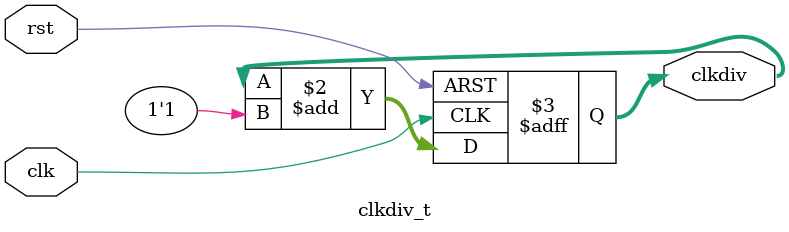
<source format=v>
`timescale 1ns / 1ps
module clkdiv_t(
		input clk,
		input rst,
		output reg[31:0]clkdiv
    );
	always @ (posedge clk or posedge rst)begin
		if(rst) clkdiv <=0;
		else clkdiv <= clkdiv + 1'b1;
	end
endmodule

</source>
